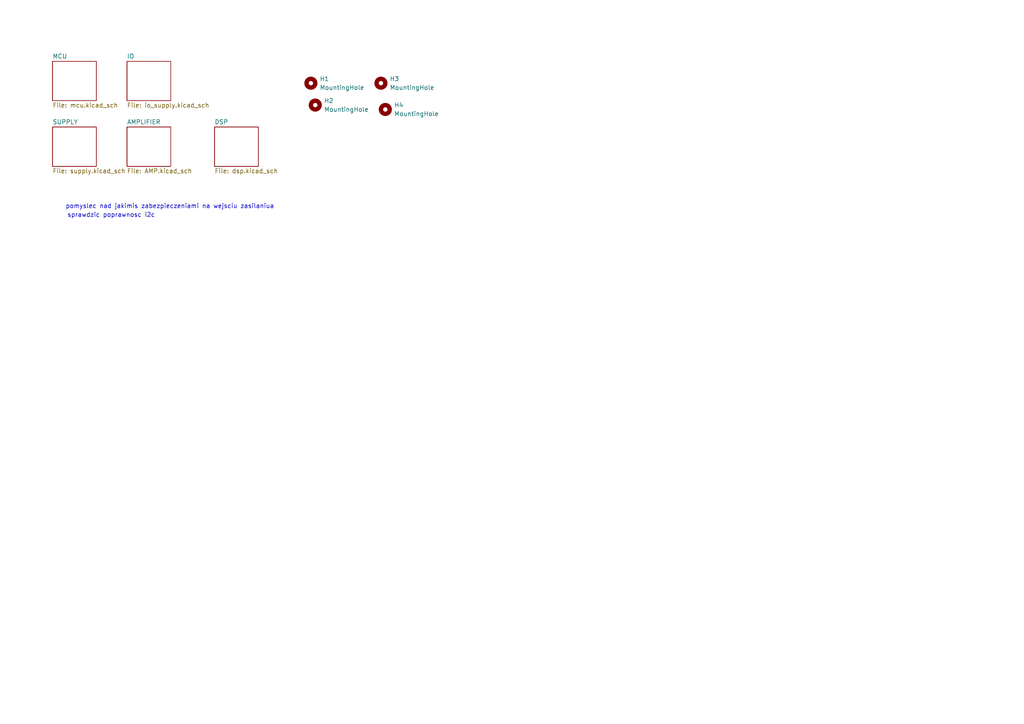
<source format=kicad_sch>
(kicad_sch (version 20231120) (generator "eeschema") (generator_version "8.0")
  (paper "A4")
  (lib_symbols
    (symbol "Mechanical:MountingHole" (pin_names (offset 1.016)) (exclude_from_sim yes) (in_bom no)
      (property "Reference" "H" (at 0 5.08 0))
      (property "Value" "MountingHole" (at 0 3.175 0))
      (symbol "MountingHole_0_1"
        (circle (center 0 0) (radius 1.27) (stroke (width 1.27)))
      )
    )
  )
  (text "\n" (at -50.546 251.714 0) (effects (font (size 1.27 1.27))))
  (text "sprawdzic poprawnosc i2c" (at 32.258 62.484 0) (effects (font (size 1.27 1.27))))
  (text "pomyslec nad jakimis zabezpieczeniami na wejsciu zasilaniua" (at 49.276 59.944 0) (effects (font (size 1.27 1.27))))
  (symbol (lib_id "Mechanical:MountingHole") (at 111.76 31.75 0) (unit 1) (exclude_from_sim yes) (in_bom no)
    (property "Reference" "H4" (at 114.3 30.4799 0) (effects (justify left)))
    (property "Value" "MountingHole" (at 114.3 33.0199 0) (effects (justify left)))
    (property "Footprint" "MountingHole:MountingHole_3.2mm_M3" (effects (hide yes)))
    (property "Description" "Mounting Hole without connection" (effects (hide yes)))
  )
  (symbol (lib_id "Mechanical:MountingHole") (at 110.49 24.13 0) (unit 1) (exclude_from_sim yes) (in_bom no)
    (property "Reference" "H3" (at 113.03 22.8599 0) (effects (justify left)))
    (property "Value" "MountingHole" (at 113.03 25.3999 0) (effects (justify left)))
    (property "Footprint" "MountingHole:MountingHole_3.2mm_M3" (effects (hide yes)))
    (property "Description" "Mounting Hole without connection" (effects (hide yes)))
  )
  (symbol (lib_id "Mechanical:MountingHole") (at 91.44 30.48 0) (unit 1) (exclude_from_sim yes) (in_bom no)
    (property "Reference" "H2" (at 93.98 29.2099 0) (effects (justify left)))
    (property "Value" "MountingHole" (at 93.98 31.7499 0) (effects (justify left)))
    (property "Footprint" "MountingHole:MountingHole_3.2mm_M3" (effects (hide yes)))
    (property "Description" "Mounting Hole without connection" (effects (hide yes)))
  )
  (symbol (lib_id "Mechanical:MountingHole") (at 90.17 24.13 0) (unit 1) (exclude_from_sim yes) (in_bom no)
    (property "Reference" "H1" (at 92.71 22.8599 0) (effects (justify left)))
    (property "Value" "MountingHole" (at 92.71 25.3999 0) (effects (justify left)))
    (property "Footprint" "MountingHole:MountingHole_3.2mm_M3" (effects (hide yes)))
    (property "Description" "Mounting Hole without connection" (effects (hide yes)))
  )
  (sheet (at 15.24 17.78) (size 12.7 11.43) (stroke (width 0.1524))
    (property "Sheetname" "MCU" (at 15.24 17.0684 0) (effects (justify left bottom)))
    (property "Sheetfile" "mcu.kicad_sch" (at 15.24 29.7946 0) (effects (justify left top)))
  )
  (sheet (at 36.83 36.83) (size 12.7 11.43) (stroke (width 0.1524))
    (property "Sheetname" "AMPLIFIER" (at 36.83 36.1184 0) (effects (justify left bottom)))
    (property "Sheetfile" "AMP.kicad_sch" (at 36.83 48.8446 0) (effects (justify left top)))
  )
  (sheet (at 36.83 17.78) (size 12.7 11.43) (stroke (width 0.1524))
    (property "Sheetname" "IO" (at 36.83 17.0684 0) (effects (justify left bottom)))
    (property "Sheetfile" "io_supply.kicad_sch" (at 36.83 29.7946 0) (effects (justify left top)))
  )
  (sheet (at 62.23 36.83) (size 12.7 11.43) (stroke (width 0.1524))
    (property "Sheetname" "DSP" (at 62.23 36.1184 0) (effects (justify left bottom)))
    (property "Sheetfile" "dsp.kicad_sch" (at 62.23 48.8446 0) (effects (justify left top)))
  )
  (sheet (at 15.24 36.83) (size 12.7 11.43) (stroke (width 0.1524))
    (property "Sheetname" "SUPPLY" (at 15.24 36.1184 0) (effects (justify left bottom)))
    (property "Sheetfile" "supply.kicad_sch" (at 15.24 48.8446 0) (effects (justify left top)))
  )
)
</source>
